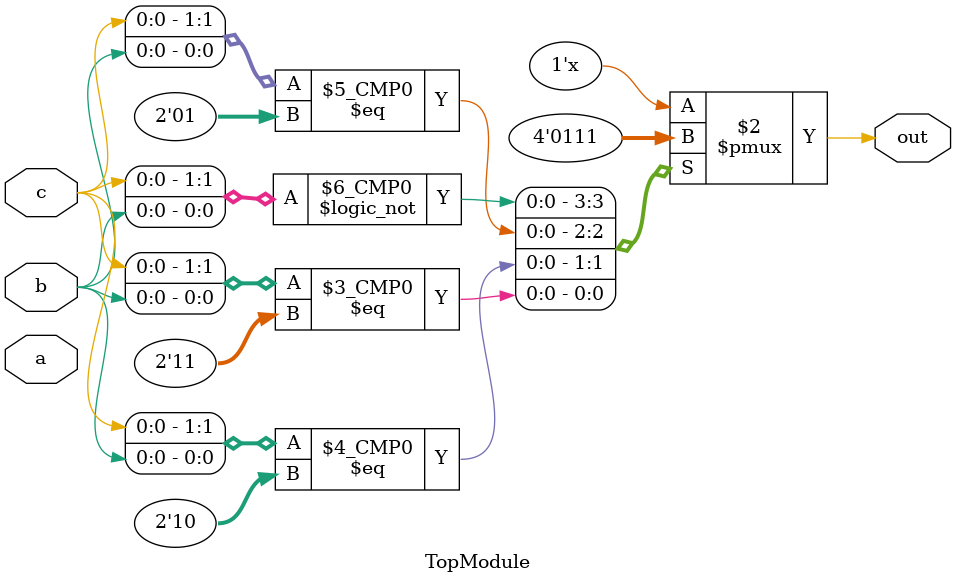
<source format=sv>

module TopModule(
    input a,
    input b,
    input c,
    output reg out
);

always @(*)
begin
    case({c, b})
        2'b00: out = 1'b0;
        2'b01: out = 1'b1;
        2'b10: out = 1'b1;
        2'b11: out = 1'b1;
    endcase
end

endmodule
</source>
